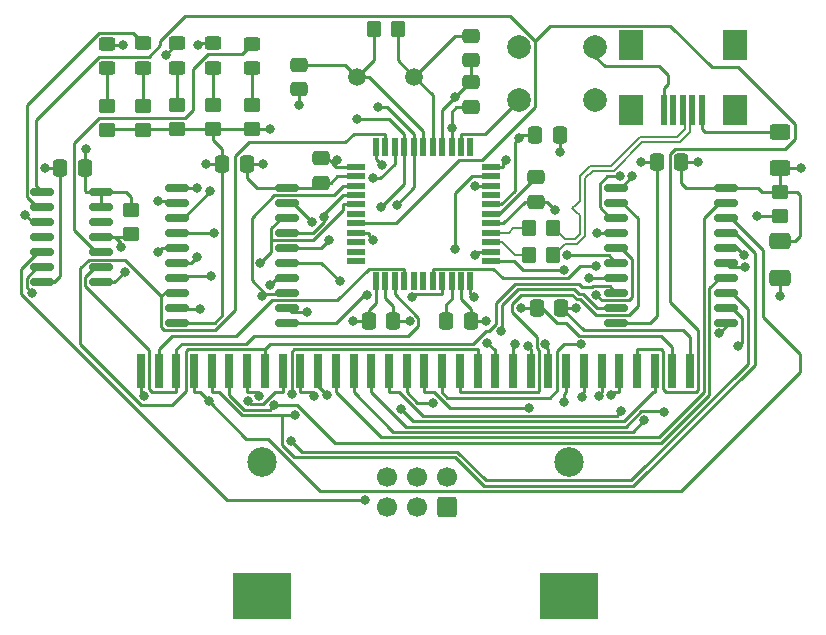
<source format=gbr>
%TF.GenerationSoftware,KiCad,Pcbnew,7.0.10*%
%TF.CreationDate,2024-03-10T15:03:06+01:00*%
%TF.ProjectId,dmg-gbc-cartridge-reader,646d672d-6762-4632-9d63-617274726964,rev?*%
%TF.SameCoordinates,Original*%
%TF.FileFunction,Copper,L1,Top*%
%TF.FilePolarity,Positive*%
%FSLAX46Y46*%
G04 Gerber Fmt 4.6, Leading zero omitted, Abs format (unit mm)*
G04 Created by KiCad (PCBNEW 7.0.10) date 2024-03-10 15:03:06*
%MOMM*%
%LPD*%
G01*
G04 APERTURE LIST*
G04 Aperture macros list*
%AMRoundRect*
0 Rectangle with rounded corners*
0 $1 Rounding radius*
0 $2 $3 $4 $5 $6 $7 $8 $9 X,Y pos of 4 corners*
0 Add a 4 corners polygon primitive as box body*
4,1,4,$2,$3,$4,$5,$6,$7,$8,$9,$2,$3,0*
0 Add four circle primitives for the rounded corners*
1,1,$1+$1,$2,$3*
1,1,$1+$1,$4,$5*
1,1,$1+$1,$6,$7*
1,1,$1+$1,$8,$9*
0 Add four rect primitives between the rounded corners*
20,1,$1+$1,$2,$3,$4,$5,0*
20,1,$1+$1,$4,$5,$6,$7,0*
20,1,$1+$1,$6,$7,$8,$9,0*
20,1,$1+$1,$8,$9,$2,$3,0*%
G04 Aperture macros list end*
%TA.AperFunction,SMDPad,CuDef*%
%ADD10RoundRect,0.250000X0.475000X-0.337500X0.475000X0.337500X-0.475000X0.337500X-0.475000X-0.337500X0*%
%TD*%
%TA.AperFunction,SMDPad,CuDef*%
%ADD11RoundRect,0.250000X0.450000X-0.350000X0.450000X0.350000X-0.450000X0.350000X-0.450000X-0.350000X0*%
%TD*%
%TA.AperFunction,ComponentPad*%
%ADD12C,2.000000*%
%TD*%
%TA.AperFunction,SMDPad,CuDef*%
%ADD13RoundRect,0.250000X0.337500X0.475000X-0.337500X0.475000X-0.337500X-0.475000X0.337500X-0.475000X0*%
%TD*%
%TA.AperFunction,SMDPad,CuDef*%
%ADD14RoundRect,0.250000X-0.337500X-0.475000X0.337500X-0.475000X0.337500X0.475000X-0.337500X0.475000X0*%
%TD*%
%TA.AperFunction,SMDPad,CuDef*%
%ADD15RoundRect,0.250000X-0.475000X0.337500X-0.475000X-0.337500X0.475000X-0.337500X0.475000X0.337500X0*%
%TD*%
%TA.AperFunction,SMDPad,CuDef*%
%ADD16RoundRect,0.250000X-0.350000X-0.450000X0.350000X-0.450000X0.350000X0.450000X-0.350000X0.450000X0*%
%TD*%
%TA.AperFunction,SMDPad,CuDef*%
%ADD17RoundRect,0.250000X-0.450000X0.350000X-0.450000X-0.350000X0.450000X-0.350000X0.450000X0.350000X0*%
%TD*%
%TA.AperFunction,SMDPad,CuDef*%
%ADD18RoundRect,0.150000X-0.825000X-0.150000X0.825000X-0.150000X0.825000X0.150000X-0.825000X0.150000X0*%
%TD*%
%TA.AperFunction,SMDPad,CuDef*%
%ADD19RoundRect,0.250000X-0.650000X0.412500X-0.650000X-0.412500X0.650000X-0.412500X0.650000X0.412500X0*%
%TD*%
%TA.AperFunction,WasherPad*%
%ADD20C,2.500000*%
%TD*%
%TA.AperFunction,ConnectorPad*%
%ADD21R,5.000000X4.000000*%
%TD*%
%TA.AperFunction,SMDPad,CuDef*%
%ADD22R,0.750000X3.000000*%
%TD*%
%TA.AperFunction,SMDPad,CuDef*%
%ADD23RoundRect,0.250000X0.450000X-0.325000X0.450000X0.325000X-0.450000X0.325000X-0.450000X-0.325000X0*%
%TD*%
%TA.AperFunction,SMDPad,CuDef*%
%ADD24RoundRect,0.250000X0.625000X-0.400000X0.625000X0.400000X-0.625000X0.400000X-0.625000X-0.400000X0*%
%TD*%
%TA.AperFunction,SMDPad,CuDef*%
%ADD25R,0.500000X2.500000*%
%TD*%
%TA.AperFunction,SMDPad,CuDef*%
%ADD26R,2.000000X2.500000*%
%TD*%
%TA.AperFunction,SMDPad,CuDef*%
%ADD27RoundRect,0.150000X-0.875000X-0.150000X0.875000X-0.150000X0.875000X0.150000X-0.875000X0.150000X0*%
%TD*%
%TA.AperFunction,ComponentPad*%
%ADD28C,1.500000*%
%TD*%
%TA.AperFunction,SMDPad,CuDef*%
%ADD29R,1.500000X0.550000*%
%TD*%
%TA.AperFunction,SMDPad,CuDef*%
%ADD30R,0.550000X1.500000*%
%TD*%
%TA.AperFunction,ComponentPad*%
%ADD31RoundRect,0.250000X0.600000X-0.600000X0.600000X0.600000X-0.600000X0.600000X-0.600000X-0.600000X0*%
%TD*%
%TA.AperFunction,ComponentPad*%
%ADD32C,1.700000*%
%TD*%
%TA.AperFunction,ViaPad*%
%ADD33C,0.800000*%
%TD*%
%TA.AperFunction,Conductor*%
%ADD34C,0.250000*%
%TD*%
%TA.AperFunction,Conductor*%
%ADD35C,0.200000*%
%TD*%
G04 APERTURE END LIST*
D10*
%TO.P,C4,1*%
%TO.N,GND*%
X78867000Y-54996900D03*
%TO.P,C4,2*%
%TO.N,Net-(U2-XTAL2)*%
X78867000Y-52921900D03*
%TD*%
%TO.P,C3,1*%
%TO.N,GND*%
X64262000Y-57452900D03*
%TO.P,C3,2*%
%TO.N,Net-(U2-XTAL1)*%
X64262000Y-55377900D03*
%TD*%
D11*
%TO.P,R7,1*%
%TO.N,GND*%
X53975000Y-60801000D03*
%TO.P,R7,2*%
%TO.N,Net-(D2-K)*%
X53975000Y-58801000D03*
%TD*%
%TO.P,R8,1*%
%TO.N,GND*%
X57023000Y-60801000D03*
%TO.P,R8,2*%
%TO.N,Net-(D3-K)*%
X57023000Y-58801000D03*
%TD*%
%TO.P,R10,1*%
%TO.N,GND*%
X48006000Y-60880000D03*
%TO.P,R10,2*%
%TO.N,Net-(D5-K)*%
X48006000Y-58880000D03*
%TD*%
D12*
%TO.P,SW1,1,1*%
%TO.N,~{RESET}*%
X89356000Y-58384000D03*
X82856000Y-58384000D03*
%TO.P,SW1,2,2*%
%TO.N,GND*%
X89356000Y-53884000D03*
X82856000Y-53884000D03*
%TD*%
D13*
%TO.P,C11,1*%
%TO.N,+5V*%
X86487000Y-75946000D03*
%TO.P,C11,2*%
%TO.N,GND*%
X84412000Y-75946000D03*
%TD*%
D14*
%TO.P,C1,1*%
%TO.N,GND*%
X57785000Y-63754000D03*
%TO.P,C1,2*%
%TO.N,+5V*%
X59860000Y-63754000D03*
%TD*%
%TO.P,C10,1*%
%TO.N,GND*%
X94572000Y-63627000D03*
%TO.P,C10,2*%
%TO.N,+5V*%
X96647000Y-63627000D03*
%TD*%
%TO.P,C5,1*%
%TO.N,Net-(U2-AREF)*%
X76752500Y-77089000D03*
%TO.P,C5,2*%
%TO.N,GND*%
X78827500Y-77089000D03*
%TD*%
D15*
%TO.P,C7,1*%
%TO.N,GND*%
X66167000Y-63290500D03*
%TO.P,C7,2*%
%TO.N,+5V*%
X66167000Y-65365500D03*
%TD*%
D13*
%TO.P,C8,1*%
%TO.N,GND*%
X72263000Y-77089000D03*
%TO.P,C8,2*%
%TO.N,+5V*%
X70188000Y-77089000D03*
%TD*%
D15*
%TO.P,C9,1*%
%TO.N,Net-(U2-UCAP)*%
X84328000Y-64897000D03*
%TO.P,C9,2*%
%TO.N,GND*%
X84328000Y-66972000D03*
%TD*%
D16*
%TO.P,R2,1*%
%TO.N,Net-(U2-XTAL1)*%
X70612000Y-52329900D03*
%TO.P,R2,2*%
%TO.N,Net-(U2-XTAL2)*%
X72612000Y-52329900D03*
%TD*%
%TO.P,R4,1*%
%TO.N,USB+*%
X83773000Y-69215000D03*
%TO.P,R4,2*%
%TO.N,/D+*%
X85773000Y-69215000D03*
%TD*%
%TO.P,R5,1*%
%TO.N,USB-*%
X83773000Y-71501000D03*
%TO.P,R5,2*%
%TO.N,/D-*%
X85773000Y-71501000D03*
%TD*%
D11*
%TO.P,R6,1*%
%TO.N,GND*%
X51054000Y-60880000D03*
%TO.P,R6,2*%
%TO.N,Net-(D1-K)*%
X51054000Y-58880000D03*
%TD*%
D17*
%TO.P,R3,1*%
%TO.N,+5V*%
X105029000Y-66167000D03*
%TO.P,R3,2*%
%TO.N,~{RESET}*%
X105029000Y-68167000D03*
%TD*%
D14*
%TO.P,C2,1*%
%TO.N,GND*%
X44051500Y-64135000D03*
%TO.P,C2,2*%
%TO.N,+5V*%
X46126500Y-64135000D03*
%TD*%
D18*
%TO.P,U4,1*%
%TO.N,RD*%
X42548000Y-66167000D03*
%TO.P,U4,2*%
%TO.N,Net-(D1-A)*%
X42548000Y-67437000D03*
%TO.P,U4,3*%
%TO.N,+5V*%
X42548000Y-68707000D03*
%TO.P,U4,4*%
%TO.N,unconnected-(U4-Pad4)*%
X42548000Y-69977000D03*
%TO.P,U4,5*%
%TO.N,WR*%
X42548000Y-71247000D03*
%TO.P,U4,6*%
%TO.N,Net-(D2-A)*%
X42548000Y-72517000D03*
%TO.P,U4,7,GND*%
%TO.N,GND*%
X42548000Y-73787000D03*
%TO.P,U4,8*%
%TO.N,Net-(D3-A)*%
X47498000Y-73787000D03*
%TO.P,U4,9*%
%TO.N,RST*%
X47498000Y-72517000D03*
%TO.P,U4,10*%
%TO.N,Net-(D4-A)*%
X47498000Y-71247000D03*
%TO.P,U4,11*%
%TO.N,SRAM*%
X47498000Y-69977000D03*
%TO.P,U4,12*%
%TO.N,unconnected-(U4-Pad12)*%
X47498000Y-68707000D03*
%TO.P,U4,13*%
%TO.N,+5V*%
X47498000Y-67437000D03*
%TO.P,U4,14,VCC*%
X47498000Y-66167000D03*
%TD*%
D15*
%TO.P,C6,1*%
%TO.N,GND*%
X78867000Y-56853000D03*
%TO.P,C6,2*%
%TO.N,+5V*%
X78867000Y-58928000D03*
%TD*%
D19*
%TO.P,C12,1*%
%TO.N,+5V*%
X105029000Y-70281000D03*
%TO.P,C12,2*%
%TO.N,GND*%
X105029000Y-73406000D03*
%TD*%
D11*
%TO.P,R9,1*%
%TO.N,GND*%
X60325000Y-60801000D03*
%TO.P,R9,2*%
%TO.N,Net-(D4-K)*%
X60325000Y-58801000D03*
%TD*%
%TO.P,R1,1*%
%TO.N,SRAM*%
X50038000Y-69691000D03*
%TO.P,R1,2*%
%TO.N,+5V*%
X50038000Y-67691000D03*
%TD*%
D20*
%TO.P,U1,*%
%TO.N,*%
X61134000Y-88976000D03*
D21*
X61134000Y-100376000D03*
D20*
X87134000Y-88976000D03*
D21*
X87134000Y-100376000D03*
D22*
%TO.P,U1,1,VCC*%
%TO.N,+5V*%
X97384000Y-81276000D03*
%TO.P,U1,2,CLK*%
%TO.N,GND*%
X95884000Y-81276000D03*
%TO.P,U1,3,WR*%
%TO.N,WR*%
X94384000Y-81276000D03*
%TO.P,U1,4,RD*%
%TO.N,RD*%
X92884000Y-81276000D03*
%TO.P,U1,5,CS*%
%TO.N,SRAM*%
X91384000Y-81276000D03*
%TO.P,U1,6,A0*%
%TO.N,A0*%
X89884000Y-81276000D03*
%TO.P,U1,7,A1*%
%TO.N,A1*%
X88384000Y-81276000D03*
%TO.P,U1,8,A2*%
%TO.N,A2*%
X86884000Y-81276000D03*
%TO.P,U1,9,A3*%
%TO.N,A3*%
X85384000Y-81276000D03*
%TO.P,U1,10,A4*%
%TO.N,A4*%
X83884000Y-81276000D03*
%TO.P,U1,11,A5*%
%TO.N,A5*%
X82384000Y-81276000D03*
%TO.P,U1,12,A6*%
%TO.N,A6*%
X80884000Y-81276000D03*
%TO.P,U1,13,A7*%
%TO.N,A7*%
X79384000Y-81276000D03*
%TO.P,U1,14,A8*%
%TO.N,A8*%
X77884000Y-81276000D03*
%TO.P,U1,15,A9*%
%TO.N,A9*%
X76384000Y-81276000D03*
%TO.P,U1,16,A10*%
%TO.N,A10*%
X74884000Y-81276000D03*
%TO.P,U1,17,A11*%
%TO.N,A11*%
X73384000Y-81276000D03*
%TO.P,U1,18,A12*%
%TO.N,A12*%
X71884000Y-81276000D03*
%TO.P,U1,19,A13*%
%TO.N,A13*%
X70384000Y-81276000D03*
%TO.P,U1,20,A14*%
%TO.N,A14*%
X68884000Y-81276000D03*
%TO.P,U1,21,A15*%
%TO.N,A15*%
X67384000Y-81276000D03*
%TO.P,U1,22,D0*%
%TO.N,D0*%
X65884000Y-81276000D03*
%TO.P,U1,23,D1*%
%TO.N,D1*%
X64384000Y-81276000D03*
%TO.P,U1,24,D2*%
%TO.N,D2*%
X62884000Y-81276000D03*
%TO.P,U1,25,D3*%
%TO.N,D3*%
X61384000Y-81276000D03*
%TO.P,U1,26,D4*%
%TO.N,D4*%
X59884000Y-81276000D03*
%TO.P,U1,27,D5*%
%TO.N,D5*%
X58384000Y-81276000D03*
%TO.P,U1,28,D6*%
%TO.N,D6*%
X56884000Y-81276000D03*
%TO.P,U1,29,D7*%
%TO.N,D7*%
X55384000Y-81276000D03*
%TO.P,U1,30,RESET*%
%TO.N,RST*%
X53884000Y-81276000D03*
%TO.P,U1,31,AUDIO*%
%TO.N,AUDIO*%
X52384000Y-81276000D03*
%TO.P,U1,32,GND*%
%TO.N,GND*%
X50884000Y-81276000D03*
%TD*%
D23*
%TO.P,D4,1,K*%
%TO.N,Net-(D4-K)*%
X60325000Y-55660500D03*
%TO.P,D4,2,A*%
%TO.N,Net-(D4-A)*%
X60325000Y-53610500D03*
%TD*%
%TO.P,D1,1,K*%
%TO.N,Net-(D1-K)*%
X51054000Y-55609500D03*
%TO.P,D1,2,A*%
%TO.N,Net-(D1-A)*%
X51054000Y-53559500D03*
%TD*%
%TO.P,D2,1,K*%
%TO.N,Net-(D2-K)*%
X53975000Y-55609500D03*
%TO.P,D2,2,A*%
%TO.N,Net-(D2-A)*%
X53975000Y-53559500D03*
%TD*%
%TO.P,D5,1,K*%
%TO.N,Net-(D5-K)*%
X48006000Y-55661000D03*
%TO.P,D5,2,A*%
%TO.N,+5V*%
X48006000Y-53611000D03*
%TD*%
%TO.P,D3,1,K*%
%TO.N,Net-(D3-K)*%
X57023000Y-55609500D03*
%TO.P,D3,2,A*%
%TO.N,Net-(D3-A)*%
X57023000Y-53559500D03*
%TD*%
D24*
%TO.P,F1,1*%
%TO.N,+5V*%
X105029000Y-64135000D03*
%TO.P,F1,2*%
%TO.N,VIN*%
X105029000Y-61035000D03*
%TD*%
D25*
%TO.P,J1,1,VBUS*%
%TO.N,VIN*%
X98374000Y-59222400D03*
%TO.P,J1,2,D-*%
%TO.N,/D-*%
X97574000Y-59222400D03*
%TO.P,J1,3,D+*%
%TO.N,/D+*%
X96774000Y-59222400D03*
%TO.P,J1,4,ID*%
%TO.N,unconnected-(J1-ID-Pad4)*%
X95974000Y-59222400D03*
%TO.P,J1,5,GND*%
%TO.N,GND*%
X95174000Y-59222400D03*
D26*
%TO.P,J1,6,Shield*%
%TO.N,unconnected-(J1-Shield-Pad6)*%
X101174000Y-59222400D03*
%TO.P,J1,7*%
%TO.N,N/C*%
X92374000Y-59222400D03*
%TO.P,J1,8*%
X92374000Y-53722400D03*
%TO.P,J1,9*%
X101174000Y-53722400D03*
%TD*%
D27*
%TO.P,U5,1,~{Mr}*%
%TO.N,~{RESET}*%
X91108000Y-65786000D03*
%TO.P,U5,2,Q0*%
%TO.N,A8*%
X91108000Y-67056000D03*
%TO.P,U5,3,D0*%
%TO.N,D0*%
X91108000Y-68326000D03*
%TO.P,U5,4,D1*%
%TO.N,D1*%
X91108000Y-69596000D03*
%TO.P,U5,5,Q1*%
%TO.N,A9*%
X91108000Y-70866000D03*
%TO.P,U5,6,Q2*%
%TO.N,A10*%
X91108000Y-72136000D03*
%TO.P,U5,7,D2*%
%TO.N,D2*%
X91108000Y-73406000D03*
%TO.P,U5,8,D3*%
%TO.N,D3*%
X91108000Y-74676000D03*
%TO.P,U5,9,Q3*%
%TO.N,A11*%
X91108000Y-75946000D03*
%TO.P,U5,10,GND*%
%TO.N,GND*%
X91108000Y-77216000D03*
%TO.P,U5,11,Cp*%
%TO.N,CPH*%
X100408000Y-77216000D03*
%TO.P,U5,12,Q4*%
%TO.N,A12*%
X100408000Y-75946000D03*
%TO.P,U5,13,D4*%
%TO.N,D4*%
X100408000Y-74676000D03*
%TO.P,U5,14,D5*%
%TO.N,D5*%
X100408000Y-73406000D03*
%TO.P,U5,15,Q5*%
%TO.N,A13*%
X100408000Y-72136000D03*
%TO.P,U5,16,Q6*%
%TO.N,A14*%
X100408000Y-70866000D03*
%TO.P,U5,17,D6*%
%TO.N,D6*%
X100408000Y-69596000D03*
%TO.P,U5,18,D7*%
%TO.N,D7*%
X100408000Y-68326000D03*
%TO.P,U5,19,Q7*%
%TO.N,A15*%
X100408000Y-67056000D03*
%TO.P,U5,20,VCC*%
%TO.N,+5V*%
X100408000Y-65786000D03*
%TD*%
D28*
%TO.P,Y1,1,1*%
%TO.N,Net-(U2-XTAL2)*%
X74041000Y-56393900D03*
%TO.P,Y1,2,2*%
%TO.N,Net-(U2-XTAL1)*%
X69161000Y-56393900D03*
%TD*%
D27*
%TO.P,U6,1,~{Mr}*%
%TO.N,~{RESET}*%
X53975000Y-65786000D03*
%TO.P,U6,2,Q0*%
%TO.N,A0*%
X53975000Y-67056000D03*
%TO.P,U6,3,D0*%
%TO.N,D0*%
X53975000Y-68326000D03*
%TO.P,U6,4,D1*%
%TO.N,D1*%
X53975000Y-69596000D03*
%TO.P,U6,5,Q1*%
%TO.N,A1*%
X53975000Y-70866000D03*
%TO.P,U6,6,Q2*%
%TO.N,A2*%
X53975000Y-72136000D03*
%TO.P,U6,7,D2*%
%TO.N,D2*%
X53975000Y-73406000D03*
%TO.P,U6,8,D3*%
%TO.N,D3*%
X53975000Y-74676000D03*
%TO.P,U6,9,Q3*%
%TO.N,A3*%
X53975000Y-75946000D03*
%TO.P,U6,10,GND*%
%TO.N,GND*%
X53975000Y-77216000D03*
%TO.P,U6,11,Cp*%
%TO.N,CPL*%
X63275000Y-77216000D03*
%TO.P,U6,12,Q4*%
%TO.N,A4*%
X63275000Y-75946000D03*
%TO.P,U6,13,D4*%
%TO.N,D4*%
X63275000Y-74676000D03*
%TO.P,U6,14,D5*%
%TO.N,D5*%
X63275000Y-73406000D03*
%TO.P,U6,15,Q5*%
%TO.N,A5*%
X63275000Y-72136000D03*
%TO.P,U6,16,Q6*%
%TO.N,A6*%
X63275000Y-70866000D03*
%TO.P,U6,17,D6*%
%TO.N,D6*%
X63275000Y-69596000D03*
%TO.P,U6,18,D7*%
%TO.N,D7*%
X63275000Y-68326000D03*
%TO.P,U6,19,Q7*%
%TO.N,A7*%
X63275000Y-67056000D03*
%TO.P,U6,20,VCC*%
%TO.N,+5V*%
X63275000Y-65786000D03*
%TD*%
D29*
%TO.P,U2,1,PE6*%
%TO.N,SRAM*%
X80488000Y-72008000D03*
%TO.P,U2,2,UVCC*%
%TO.N,+5V*%
X80488000Y-71208000D03*
%TO.P,U2,3,D-*%
%TO.N,USB-*%
X80488000Y-70408000D03*
%TO.P,U2,4,D+*%
%TO.N,USB+*%
X80488000Y-69608000D03*
%TO.P,U2,5,UGND*%
%TO.N,GND*%
X80488000Y-68808000D03*
%TO.P,U2,6,UCAP*%
%TO.N,Net-(U2-UCAP)*%
X80488000Y-68008000D03*
%TO.P,U2,7,VBUS*%
%TO.N,+5V*%
X80488000Y-67208000D03*
%TO.P,U2,8,PB0*%
%TO.N,unconnected-(U2-PB0-Pad8)*%
X80488000Y-66408000D03*
%TO.P,U2,9,PB1*%
%TO.N,SCK*%
X80488000Y-65608000D03*
%TO.P,U2,10,PB2*%
%TO.N,MOSI*%
X80488000Y-64808000D03*
%TO.P,U2,11,PB3*%
%TO.N,MISO*%
X80488000Y-64008000D03*
D30*
%TO.P,U2,12,PB7*%
%TO.N,unconnected-(U2-PB7-Pad12)*%
X78788000Y-62308000D03*
%TO.P,U2,13,~{RESET}*%
%TO.N,~{RESET}*%
X77988000Y-62308000D03*
%TO.P,U2,14,VCC*%
%TO.N,+5V*%
X77188000Y-62308000D03*
%TO.P,U2,15,GND*%
%TO.N,GND*%
X76388000Y-62308000D03*
%TO.P,U2,16,XTAL2*%
%TO.N,Net-(U2-XTAL2)*%
X75588000Y-62308000D03*
%TO.P,U2,17,XTAL1*%
%TO.N,Net-(U2-XTAL1)*%
X74788000Y-62308000D03*
%TO.P,U2,18,PD0*%
%TO.N,D0*%
X73988000Y-62308000D03*
%TO.P,U2,19,PD1*%
%TO.N,D1*%
X73188000Y-62308000D03*
%TO.P,U2,20,PD2*%
%TO.N,D2*%
X72388000Y-62308000D03*
%TO.P,U2,21,PD3*%
%TO.N,D3*%
X71588000Y-62308000D03*
%TO.P,U2,22,PD5*%
%TO.N,D5*%
X70788000Y-62308000D03*
D29*
%TO.P,U2,23,GND*%
%TO.N,GND*%
X69088000Y-64008000D03*
%TO.P,U2,24,AVCC*%
%TO.N,+5V*%
X69088000Y-64808000D03*
%TO.P,U2,25,PD4*%
%TO.N,D4*%
X69088000Y-65608000D03*
%TO.P,U2,26,PD6*%
%TO.N,D6*%
X69088000Y-66408000D03*
%TO.P,U2,27,PD7*%
%TO.N,D7*%
X69088000Y-67208000D03*
%TO.P,U2,28,PB4*%
%TO.N,unconnected-(U2-PB4-Pad28)*%
X69088000Y-68008000D03*
%TO.P,U2,29,PB5*%
%TO.N,RD*%
X69088000Y-68808000D03*
%TO.P,U2,30,PB6*%
%TO.N,WR*%
X69088000Y-69608000D03*
%TO.P,U2,31,PC6*%
%TO.N,unconnected-(U2-PC6-Pad31)*%
X69088000Y-70408000D03*
%TO.P,U2,32,PC7*%
%TO.N,unconnected-(U2-PC7-Pad32)*%
X69088000Y-71208000D03*
%TO.P,U2,33,~{HWB}/PE2*%
%TO.N,unconnected-(U2-~{HWB}{slash}PE2-Pad33)*%
X69088000Y-72008000D03*
D30*
%TO.P,U2,34,VCC*%
%TO.N,+5V*%
X70788000Y-73708000D03*
%TO.P,U2,35,GND*%
%TO.N,GND*%
X71588000Y-73708000D03*
%TO.P,U2,36,PF7*%
%TO.N,RST*%
X72388000Y-73708000D03*
%TO.P,U2,37,PF6*%
%TO.N,AUDIO*%
X73188000Y-73708000D03*
%TO.P,U2,38,PF5*%
%TO.N,unconnected-(U2-PF5-Pad38)*%
X73988000Y-73708000D03*
%TO.P,U2,39,PF4*%
%TO.N,unconnected-(U2-PF4-Pad39)*%
X74788000Y-73708000D03*
%TO.P,U2,40,PF1*%
%TO.N,CPH*%
X75588000Y-73708000D03*
%TO.P,U2,41,PF0*%
%TO.N,CPL*%
X76388000Y-73708000D03*
%TO.P,U2,42,AREF*%
%TO.N,Net-(U2-AREF)*%
X77188000Y-73708000D03*
%TO.P,U2,43,GND*%
%TO.N,GND*%
X77988000Y-73708000D03*
%TO.P,U2,44,AVCC*%
%TO.N,+5V*%
X78788000Y-73708000D03*
%TD*%
D13*
%TO.P,C13,1*%
%TO.N,GND*%
X86360000Y-61341000D03*
%TO.P,C13,2*%
%TO.N,+5V*%
X84285000Y-61341000D03*
%TD*%
D31*
%TO.P,J2,1,MISO*%
%TO.N,MISO*%
X76835000Y-92837000D03*
D32*
%TO.P,J2,2,VCC*%
%TO.N,+5V*%
X76835000Y-90297000D03*
%TO.P,J2,3,SCK*%
%TO.N,SCK*%
X74295000Y-92837000D03*
%TO.P,J2,4,MOSI*%
%TO.N,MOSI*%
X74295000Y-90297000D03*
%TO.P,J2,5,~{RST}*%
%TO.N,~{RESET}*%
X71755000Y-92837000D03*
%TO.P,J2,6,GND*%
%TO.N,GND*%
X71755000Y-90297000D03*
%TD*%
D33*
%TO.N,GND*%
X56388000Y-63754000D03*
X105029000Y-74930000D03*
X83058000Y-75946000D03*
X73660000Y-77089000D03*
X77495100Y-58140900D03*
X85979000Y-67691000D03*
X67495500Y-63424900D03*
X51110700Y-83400300D03*
X42799000Y-64135000D03*
X86360000Y-62738000D03*
X93218000Y-63627000D03*
X64262000Y-58801000D03*
X80137000Y-77089000D03*
X61849000Y-60833000D03*
%TO.N,+5V*%
X79133400Y-71509800D03*
X82928500Y-61597500D03*
X61214000Y-63754000D03*
X68834000Y-77089000D03*
X49343600Y-53690800D03*
X106807000Y-64135000D03*
X87757000Y-75946000D03*
X77188000Y-60765200D03*
X79066400Y-75061700D03*
X46228000Y-62484000D03*
X98044000Y-63627000D03*
X41102100Y-68083100D03*
%TO.N,A0*%
X52314500Y-66875200D03*
X89677800Y-83404700D03*
%TO.N,A7*%
X63634000Y-83278700D03*
X65337200Y-68700700D03*
%TO.N,A6*%
X66780200Y-70184500D03*
X80200800Y-78893600D03*
%TO.N,A5*%
X67722100Y-73708300D03*
X82593800Y-79052900D03*
%TO.N,A4*%
X83664100Y-79168200D03*
X64916600Y-76332200D03*
%TO.N,A3*%
X85115100Y-79022800D03*
X55863900Y-76062600D03*
%TO.N,A2*%
X86726800Y-83952300D03*
X55604800Y-71662900D03*
%TO.N,A1*%
X88204800Y-83501900D03*
X52334300Y-71225700D03*
%TO.N,A14*%
X93518100Y-85482300D03*
X101904900Y-71457300D03*
%TO.N,A13*%
X95154000Y-84771000D03*
X102063300Y-72515600D03*
%TO.N,A12*%
X91558900Y-84732000D03*
X101456300Y-79208700D03*
%TO.N,A11*%
X75580900Y-83972500D03*
X81350600Y-77944200D03*
%TO.N,A10*%
X83769700Y-84399700D03*
X86987800Y-71520300D03*
%TO.N,A9*%
X89455200Y-74869900D03*
X88119400Y-79036900D03*
%TO.N,D7*%
X56620600Y-83859800D03*
X61002900Y-72178200D03*
%TO.N,D6*%
X63939500Y-85051200D03*
X66407000Y-68267800D03*
%TO.N,D2*%
X88831700Y-73406000D03*
X70528400Y-64985500D03*
X59934800Y-83848500D03*
X56777100Y-73230700D03*
%TO.N,D5*%
X62141900Y-84213800D03*
X71272700Y-63835800D03*
X61783200Y-74026300D03*
%TO.N,D1*%
X89478300Y-69596000D03*
X57046600Y-69596000D03*
X65571200Y-83385900D03*
X71209500Y-67418000D03*
X69195200Y-59945700D03*
%TO.N,D0*%
X56743600Y-66098100D03*
X91450400Y-64813400D03*
X72529800Y-67218300D03*
X70996400Y-58933700D03*
X66612500Y-83298000D03*
%TO.N,D4*%
X63598100Y-87265800D03*
X61169500Y-74990100D03*
X60902500Y-83401400D03*
%TO.N,MOSI*%
X77455900Y-70978600D03*
%TO.N,SCK*%
X79130500Y-65608000D03*
%TO.N,MISO*%
X81800900Y-63406700D03*
%TO.N,~{RESET}*%
X103055400Y-68167000D03*
X55602900Y-65786000D03*
X92477700Y-64812300D03*
%TO.N,WR*%
X72869900Y-84545600D03*
X70559400Y-70215800D03*
X69894600Y-92206900D03*
%TO.N,SRAM*%
X90678200Y-83312700D03*
X49161700Y-70839100D03*
X86680500Y-72745900D03*
%TO.N,Net-(D2-A)*%
X41702300Y-74689400D03*
X52970900Y-54563600D03*
%TO.N,Net-(D3-A)*%
X55713500Y-53733200D03*
X49500900Y-72891100D03*
%TO.N,CPH*%
X89444800Y-72409600D03*
X99845200Y-78123800D03*
%TO.N,CPL*%
X73843100Y-75059400D03*
X70042300Y-74887300D03*
%TD*%
D34*
%TO.N,GND*%
X57023000Y-60801000D02*
X57023000Y-61722000D01*
X57023000Y-60801000D02*
X60325000Y-60801000D01*
X95174000Y-57353000D02*
X95504000Y-57023000D01*
X84412000Y-75946000D02*
X84854400Y-75946000D01*
X53975000Y-60801000D02*
X51030000Y-60801000D01*
X51030000Y-60801000D02*
X51054000Y-60825000D01*
X43561000Y-73787000D02*
X44051500Y-73296500D01*
X95504000Y-57023000D02*
X95504000Y-56261000D01*
X86360000Y-61341000D02*
X86360000Y-62738000D01*
X57785000Y-62484000D02*
X57785000Y-63754000D01*
X78783000Y-56853000D02*
X77495100Y-58140900D01*
X66719500Y-63290500D02*
X67174700Y-63745700D01*
X57785000Y-63754000D02*
X57785000Y-76581000D01*
X94572000Y-76624000D02*
X93980000Y-77216000D01*
X94572000Y-63627000D02*
X94572000Y-76624000D01*
X83396000Y-66972000D02*
X81560000Y-68808000D01*
X57785000Y-63754000D02*
X56388000Y-63754000D01*
X57785000Y-76581000D02*
X57150000Y-77216000D01*
X78827500Y-76033500D02*
X78827500Y-77089000D01*
X42548000Y-73787000D02*
X43561000Y-73787000D01*
X78867000Y-56853000D02*
X78783000Y-56853000D01*
X94742000Y-55499000D02*
X90170000Y-55499000D01*
X51110700Y-83400300D02*
X50884000Y-83173600D01*
X84328000Y-66972000D02*
X85260000Y-66972000D01*
X78827500Y-77089000D02*
X80137000Y-77089000D01*
X86124400Y-77216000D02*
X86868000Y-77216000D01*
X77988000Y-73708000D02*
X77988000Y-75194000D01*
X66167000Y-63290500D02*
X66719500Y-63290500D01*
X50884000Y-83173600D02*
X50884000Y-83101300D01*
X67437000Y-64008000D02*
X69088000Y-64008000D01*
X71588000Y-73708000D02*
X71588000Y-75144000D01*
X76388000Y-59248000D02*
X76388000Y-62308000D01*
X77495100Y-58140900D02*
X76388000Y-59248000D01*
X94938000Y-78301000D02*
X95885000Y-79248000D01*
X72263000Y-77089000D02*
X73660000Y-77089000D01*
X85260000Y-66972000D02*
X85979000Y-67691000D01*
X95884000Y-79249000D02*
X95884000Y-81276000D01*
X72263000Y-75819000D02*
X72263000Y-77089000D01*
X51030000Y-60801000D02*
X48085000Y-60801000D01*
X84328000Y-66972000D02*
X83396000Y-66972000D01*
X64262000Y-57452900D02*
X64262000Y-58801000D01*
X93980000Y-77216000D02*
X91108000Y-77216000D01*
X87953000Y-78301000D02*
X94938000Y-78301000D01*
X81560000Y-68808000D02*
X80488000Y-68808000D01*
X78867000Y-54996900D02*
X78867000Y-56853000D01*
X48085000Y-60801000D02*
X48006000Y-60880000D01*
X57023000Y-60801000D02*
X53975000Y-60801000D01*
X57023000Y-61722000D02*
X57785000Y-62484000D01*
X84412000Y-75946000D02*
X83058000Y-75946000D01*
X67495500Y-63424900D02*
X67174700Y-63745700D01*
X77988000Y-75194000D02*
X78827500Y-76033500D01*
X44051500Y-64135000D02*
X42799000Y-64135000D01*
X57150000Y-77216000D02*
X53975000Y-77216000D01*
X86868000Y-77216000D02*
X87953000Y-78301000D01*
X95504000Y-56261000D02*
X94742000Y-55499000D01*
X51054000Y-60825000D02*
X51054000Y-60880000D01*
X44051500Y-73296500D02*
X44051500Y-64135000D01*
X94572000Y-63627000D02*
X93218000Y-63627000D01*
X90170000Y-55499000D02*
X89356000Y-54685000D01*
X95174000Y-59222400D02*
X95174000Y-57353000D01*
X84854400Y-75946000D02*
X86124400Y-77216000D01*
X71588000Y-75144000D02*
X72263000Y-75819000D01*
X95885000Y-79248000D02*
X95884000Y-79249000D01*
X50884000Y-81276000D02*
X50884000Y-83101300D01*
X61817000Y-60801000D02*
X61849000Y-60833000D01*
X60325000Y-60801000D02*
X61817000Y-60801000D01*
X67174700Y-63745700D02*
X67437000Y-64008000D01*
X89356000Y-54685000D02*
X89356000Y-53884000D01*
X105029000Y-73406000D02*
X105029000Y-74930000D01*
%TO.N,+5V*%
X78788000Y-74783300D02*
X79066400Y-75061700D01*
X66968500Y-65365500D02*
X67526000Y-64808000D01*
X82550000Y-66038600D02*
X82550000Y-61976000D01*
X103505000Y-66167000D02*
X105029000Y-66167000D01*
X86487000Y-75946000D02*
X88392000Y-77851000D01*
X77188000Y-59337000D02*
X77597000Y-58928000D01*
X97028000Y-65786000D02*
X96647000Y-65405000D01*
X50038000Y-67691000D02*
X50038000Y-66548000D01*
X70188000Y-77089000D02*
X68834000Y-77089000D01*
X80488000Y-67208000D02*
X81380600Y-67208000D01*
X97384000Y-78461000D02*
X97384000Y-81276000D01*
X79412700Y-71230500D02*
X79412700Y-71208000D01*
X46126500Y-64135000D02*
X46126500Y-66065500D01*
X50038000Y-66548000D02*
X49657000Y-66167000D01*
X47498000Y-67437000D02*
X47498000Y-66167000D01*
X78788000Y-73708000D02*
X78788000Y-74783300D01*
X106249000Y-70281000D02*
X106680000Y-69850000D01*
X103124000Y-65786000D02*
X103505000Y-66167000D01*
X48085800Y-53690800D02*
X48006000Y-53611000D01*
X70188000Y-77089000D02*
X70188000Y-76116000D01*
X60706000Y-65786000D02*
X63275000Y-65786000D01*
X106426000Y-66167000D02*
X105029000Y-66167000D01*
X46126500Y-66065500D02*
X46228000Y-66167000D01*
X49343600Y-53690800D02*
X48085800Y-53690800D01*
X59860000Y-64940000D02*
X60706000Y-65786000D01*
X46228000Y-66167000D02*
X47498000Y-66167000D01*
X77188000Y-62308000D02*
X77188000Y-60765200D01*
X59860000Y-63754000D02*
X59860000Y-64940000D01*
X106680000Y-69850000D02*
X106680000Y-66421000D01*
X63275000Y-65786000D02*
X65746500Y-65786000D01*
X96647000Y-65405000D02*
X96647000Y-63627000D01*
X77597000Y-58928000D02*
X78867000Y-58928000D01*
X49657000Y-66167000D02*
X47498000Y-66167000D01*
X67526000Y-64808000D02*
X69088000Y-64808000D01*
X77188000Y-60765200D02*
X77188000Y-59337000D01*
X105029000Y-64135000D02*
X105029000Y-66167000D01*
X66167000Y-65365500D02*
X66968500Y-65365500D01*
X86487000Y-75946000D02*
X87757000Y-75946000D01*
X79133400Y-71509800D02*
X79412700Y-71230500D01*
X80488000Y-71208000D02*
X79412700Y-71208000D01*
X83185000Y-61341000D02*
X84285000Y-61341000D01*
X41726000Y-68707000D02*
X42548000Y-68707000D01*
X70788000Y-75516000D02*
X70788000Y-73708000D01*
X96774000Y-77851000D02*
X97384000Y-78461000D01*
X59860000Y-63754000D02*
X61214000Y-63754000D01*
X105029000Y-70281000D02*
X106249000Y-70281000D01*
X65746500Y-65786000D02*
X66167000Y-65365500D01*
X106680000Y-66421000D02*
X106426000Y-66167000D01*
X88392000Y-77851000D02*
X96774000Y-77851000D01*
X82550000Y-61976000D02*
X82928500Y-61597500D01*
X81380600Y-67208000D02*
X82550000Y-66038600D01*
X100408000Y-65786000D02*
X97028000Y-65786000D01*
X70188000Y-76116000D02*
X70788000Y-75516000D01*
X100408000Y-65786000D02*
X103124000Y-65786000D01*
X96647000Y-63627000D02*
X98044000Y-63627000D01*
X82928500Y-61597500D02*
X83185000Y-61341000D01*
X46126500Y-62585500D02*
X46228000Y-62484000D01*
X105029000Y-64135000D02*
X106807000Y-64135000D01*
X46126500Y-64135000D02*
X46126500Y-62585500D01*
X41102100Y-68083100D02*
X41726000Y-68707000D01*
D35*
%TO.N,/D+*%
X96949000Y-60847800D02*
X96299800Y-61497000D01*
X87709700Y-67229000D02*
X87409700Y-67529000D01*
X87709700Y-67829000D02*
X87740000Y-67829000D01*
X96299800Y-61497000D02*
X93124800Y-61497000D01*
X88040000Y-69691800D02*
X87598800Y-70133000D01*
X88933800Y-63910000D02*
X88040000Y-64803800D01*
X93124800Y-61497000D02*
X90711800Y-63910000D01*
X87598800Y-70133000D02*
X86791000Y-70133000D01*
X90711800Y-63910000D02*
X88933800Y-63910000D01*
X88040000Y-68129000D02*
X88040000Y-69691800D01*
X88040000Y-64803800D02*
X88040000Y-66929000D01*
X96774000Y-60222400D02*
X96949000Y-60397400D01*
X96774000Y-59222400D02*
X96774000Y-60222400D01*
X86791000Y-70133000D02*
X85873000Y-69215000D01*
X87409700Y-67529000D02*
X87709700Y-67829000D01*
X87740000Y-67829000D02*
X88040000Y-68129000D01*
X87740000Y-67229000D02*
X87709700Y-67229000D01*
X96949000Y-60397400D02*
X96949000Y-60847800D01*
X88040000Y-66929000D02*
X87740000Y-67229000D01*
X85873000Y-69215000D02*
X85773000Y-69215000D01*
%TO.N,/D-*%
X97399000Y-61034200D02*
X96486200Y-61947000D01*
X97399000Y-60397400D02*
X97399000Y-61034200D01*
X88490000Y-64990200D02*
X88490000Y-69878200D01*
X90898200Y-64360000D02*
X89120200Y-64360000D01*
X88490000Y-69878200D02*
X87785200Y-70583000D01*
X87785200Y-70583000D02*
X86791000Y-70583000D01*
X85873000Y-71501000D02*
X85773000Y-71501000D01*
X97574000Y-59222400D02*
X97574000Y-60222400D01*
X93311200Y-61947000D02*
X90898200Y-64360000D01*
X86791000Y-70583000D02*
X85873000Y-71501000D01*
X97574000Y-60222400D02*
X97399000Y-60397400D01*
X96486200Y-61947000D02*
X93311200Y-61947000D01*
X89120200Y-64360000D02*
X88490000Y-64990200D01*
D34*
%TO.N,A0*%
X52314500Y-66875200D02*
X53794200Y-66875200D01*
X53794200Y-66875200D02*
X53975000Y-67056000D01*
X89884000Y-83101300D02*
X89677800Y-83307500D01*
X89884000Y-81276000D02*
X89884000Y-83101300D01*
X89677800Y-83307500D02*
X89677800Y-83404700D01*
%TO.N,A7*%
X63722900Y-67056000D02*
X65337200Y-68670300D01*
X63874200Y-79450700D02*
X63634000Y-79690900D01*
X63275000Y-67056000D02*
X63722900Y-67056000D01*
X63634000Y-79690900D02*
X63634000Y-83278700D01*
X79384000Y-81276000D02*
X79384000Y-79450700D01*
X65337200Y-68670300D02*
X65337200Y-68700700D01*
X79384000Y-79450700D02*
X63874200Y-79450700D01*
%TO.N,A6*%
X66780200Y-70184500D02*
X66098700Y-70866000D01*
X80884000Y-79450700D02*
X80757900Y-79450700D01*
X66098700Y-70866000D02*
X63275000Y-70866000D01*
X80884000Y-81276000D02*
X80884000Y-79450700D01*
X80757900Y-79450700D02*
X80200800Y-78893600D01*
%TO.N,A5*%
X82384000Y-81276000D02*
X82384000Y-79262700D01*
X67722100Y-73708300D02*
X66149800Y-72136000D01*
X66149800Y-72136000D02*
X63275000Y-72136000D01*
X82384000Y-79262700D02*
X82593800Y-79052900D01*
%TO.N,A4*%
X63661100Y-76332100D02*
X64916600Y-76332100D01*
X83664100Y-79230800D02*
X83664100Y-79168200D01*
X83884000Y-81276000D02*
X83884000Y-79450700D01*
X83884000Y-79450700D02*
X83664100Y-79230800D01*
X63275000Y-75946000D02*
X63661100Y-76332100D01*
X64916600Y-76332100D02*
X64916600Y-76332200D01*
%TO.N,A3*%
X54091600Y-76062600D02*
X53975000Y-75946000D01*
X85384000Y-79450700D02*
X85115100Y-79181800D01*
X55863900Y-76062600D02*
X54091600Y-76062600D01*
X85115100Y-79181800D02*
X85115100Y-79022800D01*
X85384000Y-81276000D02*
X85384000Y-79450700D01*
%TO.N,A2*%
X86884000Y-81276000D02*
X86884000Y-83101300D01*
X55604800Y-71662900D02*
X55131700Y-72136000D01*
X86726800Y-83258500D02*
X86726800Y-83952300D01*
X86884000Y-83101300D02*
X86726800Y-83258500D01*
X55131700Y-72136000D02*
X53975000Y-72136000D01*
%TO.N,A1*%
X88204900Y-83501900D02*
X88204800Y-83501900D01*
X88384000Y-81276000D02*
X88384000Y-83101300D01*
X53975000Y-70866000D02*
X52694000Y-70866000D01*
X52694000Y-70866000D02*
X52334300Y-71225700D01*
X88204900Y-83280400D02*
X88204900Y-83501900D01*
X88384000Y-83101300D02*
X88204900Y-83280400D01*
%TO.N,A8*%
X89421600Y-76581000D02*
X92179600Y-76581000D01*
X77884000Y-83101300D02*
X84476000Y-83101300D01*
X82282000Y-75610600D02*
X83049600Y-74843000D01*
X84389800Y-78433400D02*
X82282000Y-76325600D01*
X92179600Y-76581000D02*
X92960000Y-75800600D01*
X91638600Y-67056000D02*
X91108000Y-67056000D01*
X92960000Y-68377400D02*
X91638600Y-67056000D01*
X82282000Y-76325600D02*
X82282000Y-75610600D01*
X77884000Y-81276000D02*
X77884000Y-83101300D01*
X84476000Y-83101300D02*
X84600200Y-82977100D01*
X84600200Y-79533600D02*
X84389800Y-79323200D01*
X84389800Y-79323200D02*
X84389800Y-78433400D01*
X92960000Y-75800600D02*
X92960000Y-68377400D01*
X87769200Y-75214500D02*
X88055100Y-75214500D01*
X83049600Y-74843000D02*
X87397700Y-74843000D01*
X87397700Y-74843000D02*
X87769200Y-75214500D01*
X88055100Y-75214500D02*
X89421600Y-76581000D01*
X84600200Y-82977100D02*
X84600200Y-79533600D01*
%TO.N,A15*%
X98539700Y-68375400D02*
X98539700Y-83112700D01*
X100408000Y-67056000D02*
X99859100Y-67056000D01*
X98539700Y-83112700D02*
X94726200Y-86926200D01*
X71208900Y-86926200D02*
X67384000Y-83101300D01*
X67384000Y-81276000D02*
X67384000Y-83101300D01*
X94726200Y-86926200D02*
X71208900Y-86926200D01*
X99859100Y-67056000D02*
X98539700Y-68375400D01*
%TO.N,A14*%
X101313600Y-70866000D02*
X101904900Y-71457300D01*
X68884000Y-81276000D02*
X68884000Y-83101300D01*
X92524500Y-86475900D02*
X72258600Y-86475900D01*
X93518100Y-85482300D02*
X92524500Y-86475900D01*
X72258600Y-86475900D02*
X68884000Y-83101300D01*
X100408000Y-70866000D02*
X101313600Y-70866000D01*
%TO.N,A13*%
X93256200Y-84718500D02*
X95101500Y-84718500D01*
X70384000Y-83101300D02*
X73308300Y-86025600D01*
X70384000Y-81276000D02*
X70384000Y-83101300D01*
X102063300Y-72515600D02*
X100787600Y-72515600D01*
X95101500Y-84718500D02*
X95154000Y-84771000D01*
X91949200Y-86025500D02*
X93256200Y-84718500D01*
X73308300Y-86025600D02*
X91949200Y-86025600D01*
X100787600Y-72515600D02*
X100408000Y-72136000D01*
X91949200Y-86025600D02*
X91949200Y-86025500D01*
%TO.N,A12*%
X72744100Y-83101300D02*
X74767800Y-85125000D01*
X101759500Y-76815100D02*
X101759500Y-78905500D01*
X100408000Y-75946000D02*
X100890400Y-75946000D01*
X71884000Y-81276000D02*
X71884000Y-83101300D01*
X74767800Y-85125000D02*
X91165900Y-85125000D01*
X101759500Y-78905500D02*
X101456300Y-79208700D01*
X100890400Y-75946000D02*
X101759500Y-76815100D01*
X91165900Y-85125000D02*
X91558900Y-84732000D01*
X71884000Y-83101300D02*
X72744100Y-83101300D01*
%TO.N,A11*%
X88323800Y-74764200D02*
X89505600Y-75946000D01*
X81470200Y-77824600D02*
X81470200Y-75737500D01*
X82815100Y-74392600D02*
X87584200Y-74392600D01*
X73384000Y-81276000D02*
X73384000Y-83101300D01*
X89505600Y-75946000D02*
X91108000Y-75946000D01*
X74255200Y-83972500D02*
X73384000Y-83101300D01*
X81350600Y-77944200D02*
X81470200Y-77824600D01*
X87584200Y-74392600D02*
X87955800Y-74764200D01*
X75580900Y-83972500D02*
X74255200Y-83972500D01*
X81470200Y-75737500D02*
X82815100Y-74392600D01*
X87955800Y-74764200D02*
X88323800Y-74764200D01*
%TO.N,A10*%
X91108000Y-72136000D02*
X90492300Y-71520300D01*
X75736100Y-83101300D02*
X77034500Y-84399700D01*
X74884000Y-81276000D02*
X74884000Y-83101300D01*
X90492300Y-71520300D02*
X86987800Y-71520300D01*
X77034500Y-84399700D02*
X83769700Y-84399700D01*
X74884000Y-83101300D02*
X75736100Y-83101300D01*
%TO.N,A9*%
X76384000Y-81276000D02*
X76384000Y-83101300D01*
X92484300Y-75045500D02*
X92484300Y-71784600D01*
X89455200Y-74869900D02*
X89896300Y-75311000D01*
X89896300Y-75311000D02*
X92218800Y-75311000D01*
X86109400Y-79650100D02*
X86722600Y-79036900D01*
X85506100Y-83551700D02*
X86109400Y-82948400D01*
X92218800Y-75311000D02*
X92484300Y-75045500D01*
X76384000Y-83101300D02*
X76834400Y-83551700D01*
X91565700Y-70866000D02*
X91108000Y-70866000D01*
X92484300Y-71784600D02*
X91565700Y-70866000D01*
X86722600Y-79036900D02*
X88119400Y-79036900D01*
X76834400Y-83551700D02*
X85506100Y-83551700D01*
X86109400Y-82948400D02*
X86109400Y-79650100D01*
%TO.N,D7*%
X106726600Y-81374400D02*
X96607000Y-91494000D01*
X66051700Y-91481600D02*
X61617900Y-87047800D01*
X62828400Y-68326000D02*
X63275000Y-68326000D01*
X61924000Y-70231000D02*
X61924000Y-69230400D01*
X61924000Y-69230400D02*
X62828400Y-68326000D01*
X68012700Y-67208000D02*
X68012700Y-67688000D01*
X106726600Y-79878400D02*
X106726600Y-81374400D01*
X61924000Y-71257100D02*
X61924000Y-70231000D01*
X55862100Y-83101300D02*
X56620600Y-83859800D01*
X65469700Y-70231000D02*
X61924000Y-70231000D01*
X61617900Y-87047800D02*
X59808600Y-87047800D01*
X96607000Y-91494000D02*
X70207500Y-91494000D01*
X69088000Y-67208000D02*
X68012700Y-67208000D01*
X68012700Y-67688000D02*
X65469700Y-70231000D01*
X59808600Y-87047800D02*
X56620600Y-83859800D01*
X103566600Y-71056200D02*
X103566600Y-76718400D01*
X103566600Y-76718400D02*
X106726600Y-79878400D01*
X61002900Y-72178200D02*
X61924000Y-71257100D01*
X100836400Y-68326000D02*
X103566600Y-71056200D01*
X100408000Y-68326000D02*
X100836400Y-68326000D01*
X55384000Y-83101300D02*
X55862100Y-83101300D01*
X70207500Y-91494000D02*
X70195100Y-91481600D01*
X55384000Y-81276000D02*
X55384000Y-83101300D01*
X70195100Y-91481600D02*
X66051700Y-91481600D01*
%TO.N,D3*%
X80353000Y-77916100D02*
X80094400Y-77916100D01*
X91108000Y-74676000D02*
X90560200Y-74128200D01*
X54683600Y-83001900D02*
X53520700Y-84164800D01*
X52865200Y-77873000D02*
X52597800Y-77605600D01*
X57140800Y-77873000D02*
X52865200Y-77873000D01*
X90560200Y-74128200D02*
X89135300Y-74128200D01*
X68191100Y-61957700D02*
X59997900Y-61957700D01*
X88255800Y-74221000D02*
X87977100Y-73942300D01*
X89135300Y-74128200D02*
X89042500Y-74221000D01*
X46452200Y-71882000D02*
X49517600Y-71882000D01*
X52597800Y-77605600D02*
X52597800Y-74962200D01*
X80094400Y-77916100D02*
X79010100Y-79000400D01*
X59997900Y-61957700D02*
X58887900Y-63067700D01*
X79010100Y-79000400D02*
X61834300Y-79000400D01*
X58887900Y-76125900D02*
X57140800Y-77873000D01*
X54683600Y-79641300D02*
X54683600Y-83001900D01*
X53975000Y-74676000D02*
X52884000Y-74676000D01*
X61384000Y-79450700D02*
X54874200Y-79450700D01*
X45718900Y-72615300D02*
X46452200Y-71882000D01*
X45718900Y-79034500D02*
X45718900Y-72615300D01*
X49517600Y-71882000D02*
X52597800Y-74962200D01*
X50849200Y-84164800D02*
X45718900Y-79034500D01*
X71588000Y-61232700D02*
X68916100Y-61232700D01*
X87977100Y-73942300D02*
X82522200Y-73942300D01*
X61834300Y-79000400D02*
X61384000Y-79450700D01*
X82522200Y-73942300D02*
X80907400Y-75557100D01*
X80907400Y-75557100D02*
X80907400Y-77361700D01*
X61384000Y-81276000D02*
X61384000Y-79450700D01*
X71588000Y-62308000D02*
X71588000Y-61232700D01*
X80907400Y-77361700D02*
X80353000Y-77916100D01*
X68916100Y-61232700D02*
X68191100Y-61957700D01*
X53520700Y-84164800D02*
X50849200Y-84164800D01*
X52884000Y-74676000D02*
X52597800Y-74962200D01*
X54874200Y-79450700D02*
X54683600Y-79641300D01*
X58887900Y-63067700D02*
X58887900Y-76125900D01*
X89042500Y-74221000D02*
X88255800Y-74221000D01*
%TO.N,D6*%
X63870000Y-88615500D02*
X62830300Y-87575800D01*
X101154700Y-69596000D02*
X102839600Y-71280900D01*
X66407000Y-68656800D02*
X65467800Y-69596000D01*
X92580700Y-91043500D02*
X79927800Y-91043500D01*
X66407000Y-68267800D02*
X66407000Y-68656800D01*
X69088000Y-66408000D02*
X68012700Y-66408000D01*
X62830300Y-87575800D02*
X62830300Y-85051200D01*
X65467800Y-69596000D02*
X63275000Y-69596000D01*
X62830300Y-85051200D02*
X59474700Y-85051200D01*
X57524800Y-83101300D02*
X56884000Y-83101300D01*
X59474700Y-85051200D02*
X57524800Y-83101300D01*
X68012700Y-66408000D02*
X66407000Y-68013700D01*
X102839600Y-71280900D02*
X102839600Y-80784600D01*
X66407000Y-68013700D02*
X66407000Y-68267800D01*
X100408000Y-69596000D02*
X101154700Y-69596000D01*
X102839600Y-80784600D02*
X92580700Y-91043500D01*
X63939500Y-85051200D02*
X62830300Y-85051200D01*
X77499800Y-88615500D02*
X63870000Y-88615500D01*
X56884000Y-81276000D02*
X56884000Y-83101300D01*
X79927800Y-91043500D02*
X77499800Y-88615500D01*
%TO.N,D2*%
X54150300Y-73230700D02*
X56777100Y-73230700D01*
X53975000Y-73406000D02*
X54150300Y-73230700D01*
X62884000Y-83101300D02*
X62228400Y-83101300D01*
X62884000Y-81276000D02*
X62884000Y-83101300D01*
X72388000Y-62308000D02*
X72388000Y-63383300D01*
X91108000Y-73406000D02*
X88831700Y-73406000D01*
X60213000Y-84126700D02*
X59934800Y-83848500D01*
X72388000Y-63752400D02*
X72388000Y-63383300D01*
X71154900Y-64985500D02*
X72388000Y-63752400D01*
X61203000Y-84126700D02*
X60213000Y-84126700D01*
X70528400Y-64985500D02*
X71154900Y-64985500D01*
X62228400Y-83101300D02*
X61203000Y-84126700D01*
%TO.N,D5*%
X58384000Y-81276000D02*
X58384000Y-83101300D01*
X70820200Y-63383300D02*
X70788000Y-63383300D01*
X58384000Y-83323600D02*
X59637400Y-84577000D01*
X100408000Y-73406000D02*
X99901300Y-73406000D01*
X61778700Y-84577000D02*
X62141900Y-84213800D01*
X63275000Y-73406000D02*
X62403500Y-73406000D01*
X62403500Y-73406000D02*
X61783200Y-74026300D01*
X70788000Y-62308000D02*
X70788000Y-63383300D01*
X94915200Y-87376500D02*
X67290600Y-87376500D01*
X58384000Y-83101300D02*
X58384000Y-83323600D01*
X71272700Y-63835800D02*
X70820200Y-63383300D01*
X98990100Y-83301600D02*
X94915200Y-87376500D01*
X67290600Y-87376500D02*
X64127900Y-84213800D01*
X99901300Y-73406000D02*
X98990100Y-74317200D01*
X98990100Y-74317200D02*
X98990100Y-83301600D01*
X64127900Y-84213800D02*
X62141900Y-84213800D01*
X59637400Y-84577000D02*
X61778700Y-84577000D01*
%TO.N,D1*%
X73188000Y-65439500D02*
X71209500Y-67418000D01*
X71901000Y-59945700D02*
X69195200Y-59945700D01*
X64384000Y-83101300D02*
X65286600Y-83101300D01*
X64384000Y-81276000D02*
X64384000Y-83101300D01*
X91108000Y-69596000D02*
X89478300Y-69596000D01*
X53975000Y-69596000D02*
X57046600Y-69596000D01*
X73188000Y-62308000D02*
X73188000Y-61232700D01*
X73188000Y-62308000D02*
X73188000Y-65439500D01*
X73188000Y-61232700D02*
X71901000Y-59945700D01*
X65286600Y-83101300D02*
X65571200Y-83385900D01*
%TO.N,D0*%
X89729900Y-65465900D02*
X89729900Y-67430700D01*
X91450400Y-64813400D02*
X90382400Y-64813400D01*
X73988000Y-62308000D02*
X73988000Y-63383300D01*
X56743600Y-66098100D02*
X54515700Y-68326000D01*
X73988000Y-62308000D02*
X73988000Y-61232700D01*
X73988000Y-65760100D02*
X72529800Y-67218300D01*
X90625200Y-68326000D02*
X91108000Y-68326000D01*
X90382400Y-64813400D02*
X89729900Y-65465900D01*
X54515700Y-68326000D02*
X53975000Y-68326000D01*
X65884000Y-82569500D02*
X66612500Y-83298000D01*
X65884000Y-81276000D02*
X65884000Y-82569500D01*
X73988000Y-61232700D02*
X71689000Y-58933700D01*
X89729900Y-67430700D02*
X90625200Y-68326000D01*
X73988000Y-63383300D02*
X73988000Y-65760100D01*
X71689000Y-58933700D02*
X70996400Y-58933700D01*
%TO.N,D4*%
X92380200Y-90557400D02*
X80078600Y-90557400D01*
X68012700Y-65608000D02*
X67199700Y-66421000D01*
X62165800Y-66421000D02*
X60277600Y-68309200D01*
X61407900Y-74751700D02*
X63199300Y-74751700D01*
X60602400Y-83101300D02*
X59884000Y-83101300D01*
X63199300Y-74751700D02*
X63275000Y-74676000D01*
X64497500Y-88165200D02*
X63598100Y-87265800D01*
X60902500Y-83401400D02*
X60602400Y-83101300D01*
X60277600Y-73621400D02*
X61407900Y-74751700D01*
X100911500Y-74676000D02*
X102266900Y-76031400D01*
X67199700Y-66421000D02*
X62165800Y-66421000D01*
X60277600Y-68309200D02*
X60277600Y-73621400D01*
X102266900Y-76031400D02*
X102266900Y-80670700D01*
X69088000Y-65608000D02*
X68012700Y-65608000D01*
X102266900Y-80670700D02*
X92380200Y-90557400D01*
X59884000Y-81276000D02*
X59884000Y-83101300D01*
X61169500Y-74990100D02*
X61407900Y-74751700D01*
X77686400Y-88165200D02*
X64497500Y-88165200D01*
X100408000Y-74676000D02*
X100911500Y-74676000D01*
X80078600Y-90557400D02*
X77686400Y-88165200D01*
%TO.N,Net-(U2-XTAL1)*%
X64262000Y-55377900D02*
X68145000Y-55377900D01*
X70221700Y-56393900D02*
X74788000Y-60960200D01*
X69161000Y-56393900D02*
X70221700Y-56393900D01*
X74788000Y-60960200D02*
X74788000Y-62308000D01*
X70612000Y-52329900D02*
X70612000Y-54942900D01*
X70612000Y-54942900D02*
X69161000Y-56393900D01*
X68145000Y-55377900D02*
X69161000Y-56393900D01*
%TO.N,MOSI*%
X77455900Y-66234900D02*
X78882800Y-64808000D01*
X77455900Y-70978600D02*
X77455900Y-66234900D01*
X78882800Y-64808000D02*
X80488000Y-64808000D01*
%TO.N,SCK*%
X79412700Y-65608000D02*
X79130500Y-65608000D01*
X80488000Y-65608000D02*
X79412700Y-65608000D01*
%TO.N,MISO*%
X80488000Y-64008000D02*
X81563300Y-64008000D01*
X81563300Y-64008000D02*
X81563300Y-63644300D01*
X81563300Y-63644300D02*
X81800900Y-63406700D01*
D35*
%TO.N,USB+*%
X82423000Y-69215000D02*
X83773000Y-69215000D01*
X80488000Y-69608000D02*
X82030000Y-69608000D01*
X82030000Y-69608000D02*
X82423000Y-69215000D01*
%TO.N,USB-*%
X81457000Y-70408000D02*
X82550000Y-71501000D01*
X80488000Y-70408000D02*
X81457000Y-70408000D01*
X82550000Y-71501000D02*
X83773000Y-71501000D01*
D34*
%TO.N,Net-(U2-XTAL2)*%
X77513000Y-52921900D02*
X78867000Y-52921900D01*
X72612000Y-54964900D02*
X74041000Y-56393900D01*
X74041000Y-56393900D02*
X77513000Y-52921900D01*
X72612000Y-52329900D02*
X72612000Y-54964900D01*
X74041000Y-56393900D02*
X75588000Y-57940900D01*
X75588000Y-57940900D02*
X75588000Y-62308000D01*
%TO.N,Net-(U2-AREF)*%
X76752500Y-75647500D02*
X76752500Y-77089000D01*
X77188000Y-73708000D02*
X77188000Y-75212000D01*
X77188000Y-75212000D02*
X76752500Y-75647500D01*
%TO.N,Net-(U2-UCAP)*%
X84328000Y-64897000D02*
X81217000Y-68008000D01*
X81217000Y-68008000D02*
X80488000Y-68008000D01*
%TO.N,~{RESET}*%
X91504000Y-65786000D02*
X91108000Y-65786000D01*
X82856000Y-58384000D02*
X80007300Y-61232700D01*
X77988000Y-62308000D02*
X77988000Y-61232700D01*
X92477700Y-64812300D02*
X91504000Y-65786000D01*
X105029000Y-68167000D02*
X103055400Y-68167000D01*
X53975000Y-65786000D02*
X55602900Y-65786000D01*
X80007300Y-61232700D02*
X77988000Y-61232700D01*
%TO.N,AUDIO*%
X53509800Y-78324900D02*
X52384000Y-79450700D01*
X58934400Y-78324900D02*
X53509800Y-78324900D01*
X73188000Y-72632700D02*
X70163300Y-72632700D01*
X52384000Y-81276000D02*
X52384000Y-79450700D01*
X67484900Y-75311100D02*
X61948200Y-75311100D01*
X73188000Y-73708000D02*
X73188000Y-72632700D01*
X70163300Y-72632700D02*
X67484900Y-75311100D01*
X61948200Y-75311100D02*
X58934400Y-78324900D01*
%TO.N,WR*%
X94384000Y-81276000D02*
X94384000Y-83101300D01*
X73899600Y-85575300D02*
X72869900Y-84545600D01*
X42151200Y-71247000D02*
X42548000Y-71247000D01*
X94236400Y-83101300D02*
X91762400Y-85575300D01*
X94384000Y-83101300D02*
X94236400Y-83101300D01*
X70559400Y-70215800D02*
X70163300Y-69819700D01*
X58164500Y-92206900D02*
X40743500Y-74785900D01*
X40743500Y-72654700D02*
X42151200Y-71247000D01*
X70163300Y-69819700D02*
X70163300Y-69608000D01*
X40743500Y-74785900D02*
X40743500Y-72654700D01*
X69088000Y-69608000D02*
X70163300Y-69608000D01*
X69894600Y-92206900D02*
X58164500Y-92206900D01*
X91762400Y-85575300D02*
X73899600Y-85575300D01*
%TO.N,RD*%
X98089400Y-77845700D02*
X98089400Y-82926100D01*
X72442800Y-68808000D02*
X77843200Y-63407600D01*
X70163300Y-68808000D02*
X72442800Y-68808000D01*
X106278100Y-60399600D02*
X106278100Y-61677500D01*
X77843200Y-63407600D02*
X79768400Y-63407600D01*
X54586700Y-51282900D02*
X82141000Y-51282900D01*
X95084400Y-79611600D02*
X94923500Y-79450700D01*
X84234800Y-53376700D02*
X85528300Y-52083200D01*
X84234800Y-58941200D02*
X84234800Y-53376700D01*
X85528300Y-52083200D02*
X95685300Y-52083200D01*
X99199100Y-55597000D02*
X101475500Y-55597000D01*
X42032300Y-65651300D02*
X42032300Y-60012400D01*
X95317500Y-83101600D02*
X95084400Y-82868500D01*
X52514500Y-53355100D02*
X54586700Y-51282900D01*
X52514500Y-53735200D02*
X52514500Y-53355100D01*
X42032300Y-60012400D02*
X47336600Y-54708100D01*
X82141000Y-51282900D02*
X84234800Y-53376700D01*
X79768400Y-63407600D02*
X84234800Y-58941200D01*
X69088000Y-68808000D02*
X70163300Y-68808000D01*
X98089400Y-82926100D02*
X97913900Y-83101600D01*
X51541600Y-54708100D02*
X52514500Y-53735200D01*
X95688400Y-75444700D02*
X98089400Y-77845700D01*
X95685300Y-52083200D02*
X99199100Y-55597000D01*
X96075100Y-62532500D02*
X95688400Y-62919200D01*
X95688400Y-62919200D02*
X95688400Y-75444700D01*
X94923500Y-79450700D02*
X92884000Y-79450700D01*
X42548000Y-66167000D02*
X42032300Y-65651300D01*
X106278100Y-61677500D02*
X105423100Y-62532500D01*
X105423100Y-62532500D02*
X96075100Y-62532500D01*
X95084400Y-82868500D02*
X95084400Y-79611600D01*
X97913900Y-83101600D02*
X95317500Y-83101600D01*
X47336600Y-54708100D02*
X51541600Y-54708100D01*
X92884000Y-81276000D02*
X92884000Y-79450700D01*
X101475500Y-55597000D02*
X106278100Y-60399600D01*
%TO.N,SRAM*%
X91384000Y-83101300D02*
X90889600Y-83101300D01*
X91384000Y-81276000D02*
X91384000Y-83101300D01*
X49161700Y-70461100D02*
X49161700Y-70839100D01*
X86680500Y-72745900D02*
X83193300Y-72745900D01*
X49752000Y-69977000D02*
X50038000Y-69691000D01*
X90889600Y-83101300D02*
X90678200Y-83312700D01*
X82455400Y-72008000D02*
X80488000Y-72008000D01*
X47498000Y-69977000D02*
X48677600Y-69977000D01*
X48677600Y-69977000D02*
X49161700Y-70461100D01*
X83193300Y-72745900D02*
X82455400Y-72008000D01*
X48677600Y-69977000D02*
X49752000Y-69977000D01*
%TO.N,RST*%
X53884000Y-82188600D02*
X53884000Y-81276000D01*
X51584400Y-79547800D02*
X46169300Y-74132700D01*
X73511900Y-78341500D02*
X74385500Y-77467900D01*
X72388000Y-74789000D02*
X72388000Y-73708000D01*
X53884000Y-81276000D02*
X53884000Y-79450700D01*
X60480200Y-78341500D02*
X73511900Y-78341500D01*
X46169300Y-73373500D02*
X47025800Y-72517000D01*
X47025800Y-72517000D02*
X47498000Y-72517000D01*
X53884000Y-83101300D02*
X51837500Y-83101300D01*
X53884000Y-82188600D02*
X53884000Y-83101300D01*
X74385500Y-77467900D02*
X74385500Y-76786500D01*
X51837500Y-83101300D02*
X51584400Y-82848200D01*
X54334400Y-79000300D02*
X59821400Y-79000300D01*
X46169300Y-74132700D02*
X46169300Y-73373500D01*
X74385500Y-76786500D02*
X72388000Y-74789000D01*
X53884000Y-79450700D02*
X54334400Y-79000300D01*
X59821400Y-79000300D02*
X60480200Y-78341500D01*
X51584400Y-82848200D02*
X51584400Y-79547800D01*
%TO.N,VIN*%
X98374000Y-60782000D02*
X98374000Y-59222400D01*
X105029000Y-61035000D02*
X98627000Y-61035000D01*
X98627000Y-61035000D02*
X98374000Y-60782000D01*
%TO.N,Net-(D1-K)*%
X51054000Y-55609500D02*
X51054000Y-58880000D01*
%TO.N,Net-(D1-A)*%
X42548000Y-67437000D02*
X42116200Y-67437000D01*
X41240300Y-58777800D02*
X47312900Y-52705200D01*
X47312900Y-52705200D02*
X50199700Y-52705200D01*
X42116200Y-67437000D02*
X41240300Y-66561100D01*
X50199700Y-52705200D02*
X51054000Y-53559500D01*
X41240300Y-66561100D02*
X41240300Y-58777800D01*
%TO.N,Net-(D2-K)*%
X53975000Y-55609500D02*
X53975000Y-58801000D01*
%TO.N,Net-(D2-A)*%
X41220500Y-73417300D02*
X42120800Y-72517000D01*
X53975000Y-53559500D02*
X52970900Y-54563600D01*
X41220500Y-74207600D02*
X41220500Y-73417300D01*
X41702300Y-74689400D02*
X41220500Y-74207600D01*
X42120800Y-72517000D02*
X42548000Y-72517000D01*
%TO.N,Net-(D3-K)*%
X57023000Y-55609500D02*
X57023000Y-58801000D01*
%TO.N,Net-(D3-A)*%
X48605000Y-73787000D02*
X47498000Y-73787000D01*
X55887200Y-53559500D02*
X55713500Y-53733200D01*
X49500900Y-72891100D02*
X48605000Y-73787000D01*
X57023000Y-53559500D02*
X55887200Y-53559500D01*
%TO.N,Net-(D4-K)*%
X60325000Y-55660500D02*
X60325000Y-58801000D01*
%TO.N,Net-(D4-A)*%
X55273800Y-55763100D02*
X55273800Y-59178100D01*
X55273800Y-59178100D02*
X54590200Y-59861700D01*
X47050800Y-71247000D02*
X47498000Y-71247000D01*
X45190200Y-69386400D02*
X47050800Y-71247000D01*
X45190200Y-62007500D02*
X45190200Y-69386400D01*
X59474700Y-54460800D02*
X56576100Y-54460800D01*
X54590200Y-59861700D02*
X47336000Y-59861700D01*
X60325000Y-53610500D02*
X59474700Y-54460800D01*
X56576100Y-54460800D02*
X55273800Y-55763100D01*
X47336000Y-59861700D02*
X45190200Y-62007500D01*
%TO.N,Net-(D5-K)*%
X48006000Y-58880000D02*
X48006000Y-55661000D01*
%TO.N,CPH*%
X80661700Y-72632700D02*
X81500200Y-73471200D01*
X100408000Y-77561000D02*
X100408000Y-77216000D01*
X81500200Y-73471200D02*
X87006900Y-73471200D01*
X88068500Y-72409600D02*
X89444800Y-72409600D01*
X75588000Y-72632700D02*
X80661700Y-72632700D01*
X99845200Y-78123800D02*
X100408000Y-77561000D01*
X87006900Y-73471200D02*
X88068500Y-72409600D01*
X75588000Y-73708000D02*
X75588000Y-72632700D01*
%TO.N,CPL*%
X74119200Y-74783300D02*
X73843100Y-75059400D01*
X76388000Y-74783300D02*
X74119200Y-74783300D01*
X76388000Y-73708000D02*
X76388000Y-74783300D01*
X67418100Y-77216000D02*
X69746800Y-74887300D01*
X63275000Y-77216000D02*
X67418100Y-77216000D01*
X69746800Y-74887300D02*
X70042300Y-74887300D01*
%TD*%
M02*

</source>
